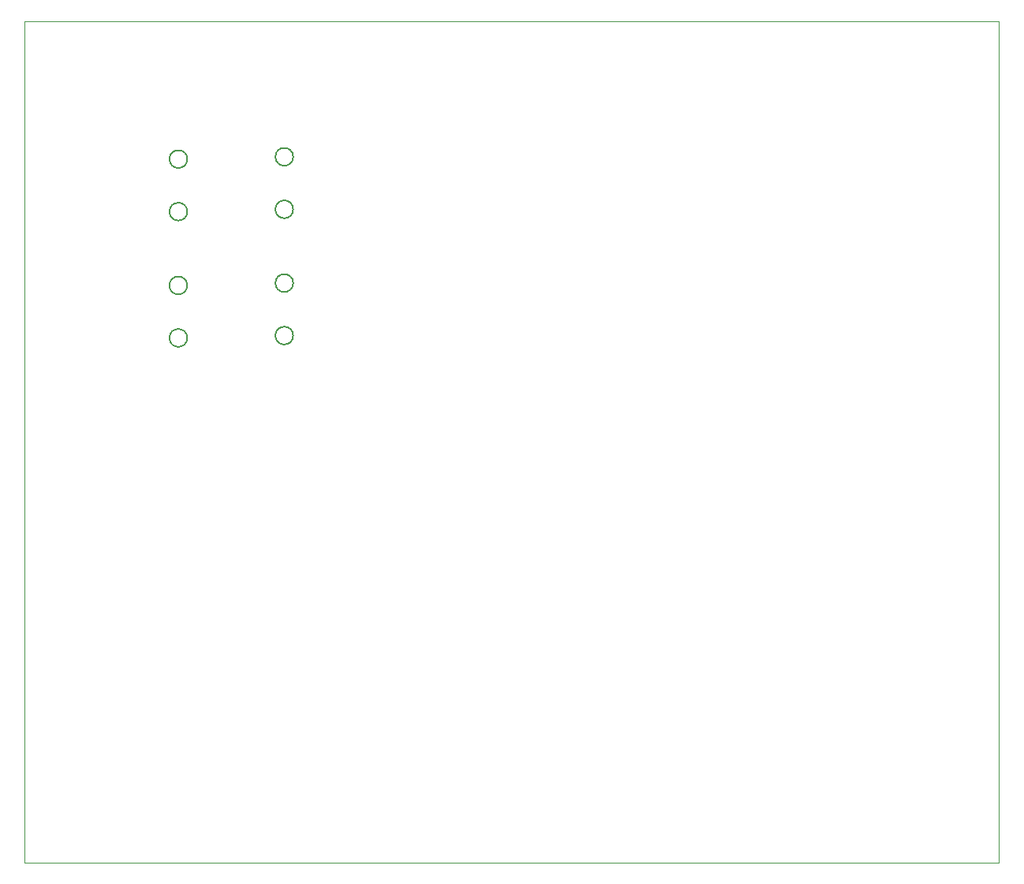
<source format=gbr>
%TF.GenerationSoftware,KiCad,Pcbnew,(6.0.0)*%
%TF.CreationDate,2022-02-22T13:24:48+00:00*%
%TF.ProjectId,Tube Headphone project V3,54756265-2048-4656-9164-70686f6e6520,rev?*%
%TF.SameCoordinates,Original*%
%TF.FileFunction,Profile,NP*%
%FSLAX46Y46*%
G04 Gerber Fmt 4.6, Leading zero omitted, Abs format (unit mm)*
G04 Created by KiCad (PCBNEW (6.0.0)) date 2022-02-22 13:24:48*
%MOMM*%
%LPD*%
G01*
G04 APERTURE LIST*
%TA.AperFunction,Profile*%
%ADD10C,0.200000*%
%TD*%
%TA.AperFunction,Profile*%
%ADD11C,0.100000*%
%TD*%
G04 APERTURE END LIST*
D10*
X186270000Y-65020000D02*
G75*
G03*
X186270000Y-65020000I-955877J0D01*
G01*
X174900000Y-59630000D02*
G75*
G03*
X174900000Y-59630000I-955877J0D01*
G01*
X186270000Y-72940000D02*
G75*
G03*
X186270000Y-72940000I-955877J0D01*
G01*
X174900000Y-65270000D02*
G75*
G03*
X174900000Y-65270000I-955877J0D01*
G01*
X186270000Y-59380000D02*
G75*
G03*
X186270000Y-59380000I-955877J0D01*
G01*
X174900000Y-78830000D02*
G75*
G03*
X174900000Y-78830000I-955877J0D01*
G01*
X186270000Y-78580000D02*
G75*
G03*
X186270000Y-78580000I-955877J0D01*
G01*
D11*
X262010000Y-135150000D02*
X157470000Y-135150000D01*
X157470000Y-135150000D02*
X157470000Y-44870000D01*
X157470000Y-44870000D02*
X262010000Y-44870000D01*
X262010000Y-44870000D02*
X262010000Y-135150000D01*
D10*
X174900000Y-73190000D02*
G75*
G03*
X174900000Y-73190000I-955877J0D01*
G01*
M02*

</source>
